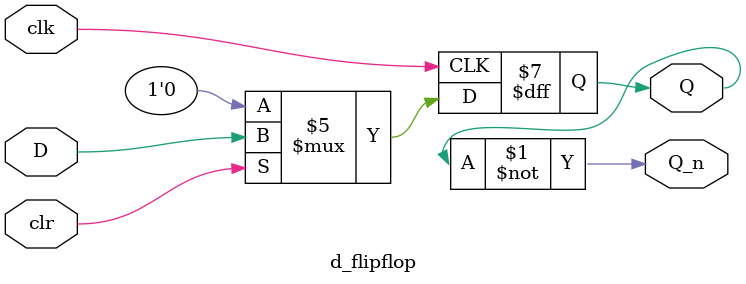
<source format=v>
/*===========D-FLIP-FLOP===========
Tenemos que asegurarnos que solo 
cambie de valor cuando el relo esta
en una de las transiciones para que
sea un flip-flop.
Recordemos:
1. 1 input: D
2. Characteristic Table:
    D| Q(t+1)
    ----------
    0| 0 (reset)
    1| 1 (set)
3. Hace 2 de las 3 operaciones: set y reset
*/
module d_flipflop(output reg Q, output Q_n, input D, clr, clk);
    assign Q_n = ~Q;
    //always @ (posedge clk, negedge clr) //cleare asincronico
    always @ (posedge clk) //cleare sincronico
        if(!clr) Q <= 1'b0;
        else Q <= D;
endmodule
</source>
